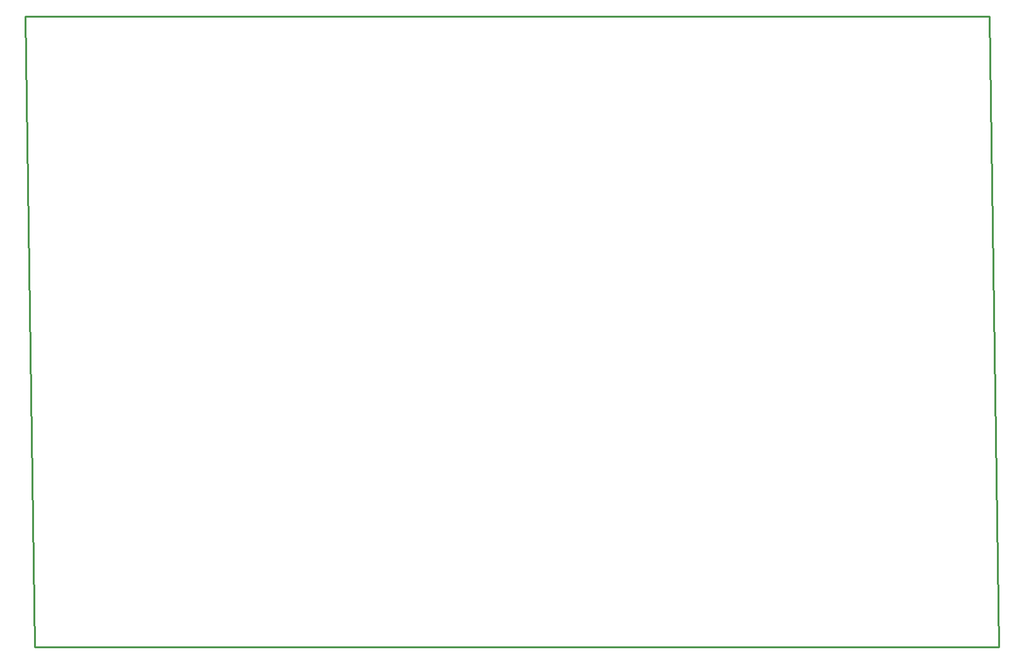
<source format=gbr>
G04 EAGLE Gerber RS-274X export*
G75*
%MOMM*%
%FSLAX34Y34*%
%LPD*%
%IN*%
%IPPOS*%
%AMOC8*
5,1,8,0,0,1.08239X$1,22.5*%
G01*
G04 Define Apertures*
%ADD10C,0.254000*%
D10*
X-50800Y847600D02*
X-38100Y0D01*
X1257100Y0D01*
X1244400Y847600D01*
X-50800Y847600D01*
M02*

</source>
